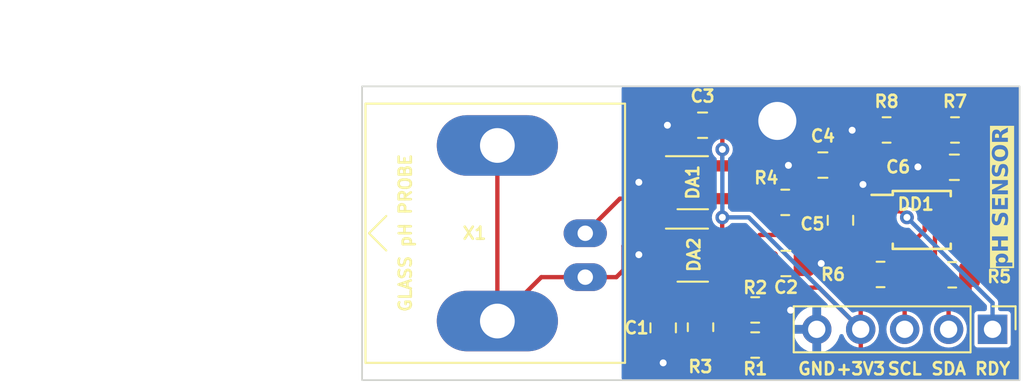
<source format=kicad_pcb>
(kicad_pcb (version 20221018) (generator pcbnew)
  (layers (0 "F.Cu" signal) (31 "B.Cu" signal) (34 "B.Paste" user) (35 "F.Paste" user) (36 "B.SilkS" user "B.Silkscreen") (37 "F.SilkS" user "F.Silkscreen") (38 "B.Mask" user) (39 "F.Mask" user) (44 "Edge.Cuts" user))
  (net 0 "")
  (net 1 "GND")
  (net 2 "Net-(DA2.1-+)")
  (net 3 "+3V3")
  (net 4 "Net-(DD1-AIN0)")
  (net 5 "Net-(DA2.1--)")
  (net 6 "Net-(DA1.1--)")
  (net 7 "Net-(DA1.1-+)")
  (net 8 "RDY")
  (net 9 "Net-(DD1-ADDR)")
  (net 11 "SDA")
  (net 12 "SCL")
  (net 14 "Net-(R1-L)")
  (footprint "Resistor_SMD:R_0805_2012Metric_Pad1.20x1.40mm_HandSolder" (layer "F.Cu") (at 98.561 90.936 90)
    (fp_text reference "R3" (at -2.282 -0.009 unlocked) (layer "F.SilkS") (effects (font (size 0.7 0.7))))
    (fp_text value "10k")
    (fp_line (start -0.227064 -0.735) (end 0.227064 -0.735) (stroke (width 0.12)) (layer "F.SilkS"))
    (fp_line (start -0.227064 0.735) (end 0.227064 0.735) (stroke (width 0.12)) (layer "F.SilkS"))
    (pad "1" smd roundrect (at -1 0 90) (size 1.2 1.4) (layers "F.Cu" "F.Paste" "F.Mask") (roundrect_rratio 0.208333) (net 14 "Net-(R1-L)"))
    (pad "2" smd roundrect (at 1 0 90) (size 1.2 1.4) (layers "F.Cu" "F.Paste" "F.Mask") (roundrect_rratio 0.208333) (net 2 "Net-(DA2.1-+)"))
  )
  (footprint "Resistor_SMD:R_0805_2012Metric_Pad1.20x1.40mm_HandSolder" (layer "F.Cu") (at 103.457 83.713)
    (fp_text reference "R4" (at -1.095 -1.417 unlocked) (layer "F.SilkS") (effects (font (size 0.7 0.7))))
    (fp_text value "10k")
    (fp_line (start -0.227064 -0.735) (end 0.227064 -0.735) (stroke (width 0.12)) (layer "F.SilkS"))
    (fp_line (start -0.227064 0.735) (end 0.227064 0.735) (stroke (width 0.12)) (layer "F.SilkS"))
    (pad "1" smd roundrect (at -1 0) (size 1.2 1.4) (layers "F.Cu" "F.Paste" "F.Mask") (roundrect_rratio 0.208333) (net 6 "Net-(DA1.1--)"))
    (pad "2" smd roundrect (at 1 0) (size 1.2 1.4) (layers "F.Cu" "F.Paste" "F.Mask") (roundrect_rratio 0.208333) (net 4 "Net-(DD1-AIN0)"))
  )
  (footprint "Package_TO_SOT_SMD:TSOT-23-5_HandSoldering" (layer "F.Cu") (at 98.112 86.741)
    (fp_text reference "DA2" (at 0.068 0 90 unlocked) (layer "F.SilkS") (effects (font (size 0.7 0.7))))
    (fp_text value "AD8603")
    (fp_line (start -0.88 1.56) (end 0.88 1.56) (stroke (width 0.12)) (layer "F.SilkS"))
    (fp_line (start 0.88 -1.51) (end -1.55 -1.51) (stroke (width 0.12)) (layer "F.SilkS"))
    (pad "1" smd rect (at -1.71 -0.95) (size 2 0.65) (layers "F.Cu" "F.Paste" "F.Mask") (net 5 "Net-(DA2.1--)"))
    (pad "2" smd rect (at -1.71 0) (size 2 0.65) (layers "F.Cu" "F.Paste" "F.Mask") (net 1 "GND"))
    (pad "3" smd rect (at -1.71 0.95) (size 2 0.65) (layers "F.Cu" "F.Paste" "F.Mask") (net 2 "Net-(DA2.1-+)"))
    (pad "4" smd rect (at 1.71 0.95) (size 2 0.65) (layers "F.Cu" "F.Paste" "F.Mask") (net 5 "Net-(DA2.1--)"))
    (pad "5" smd rect (at 1.71 -0.95) (size 2 0.65) (layers "F.Cu" "F.Paste" "F.Mask") (net 3 "+3V3"))
  )
  (footprint "Resistor_SMD:R_0805_2012Metric_Pad1.20x1.40mm_HandSolder" (layer "F.Cu") (at 109.315 79.522)
    (fp_text reference "R8" (at 0 -1.65 unlocked) (layer "F.SilkS") (effects (font (size 0.7 0.7))))
    (fp_text value "0")
    (fp_line (start -0.227064 -0.735) (end 0.227064 -0.735) (stroke (width 0.12)) (layer "F.SilkS"))
    (fp_line (start -0.227064 0.735) (end 0.227064 0.735) (stroke (width 0.12)) (layer "F.SilkS"))
    (pad "1" smd roundrect (at -1 0) (size 1.2 1.4) (layers "F.Cu" "F.Paste" "F.Mask") (roundrect_rratio 0.208333) (net 1 "GND"))
    (pad "2" smd roundrect (at 1 0) (size 1.2 1.4) (layers "F.Cu" "F.Paste" "F.Mask") (roundrect_rratio 0.208333) (net 9 "Net-(DD1-ADDR)"))
  )
  (footprint "Resistor_SMD:R_0805_2012Metric_Pad1.20x1.40mm_HandSolder" (layer "F.Cu") (at 101.72 91.968)
    (fp_text reference "R1" (at 0.007 1.377 unlocked) (layer "F.SilkS") (effects (font (size 0.7 0.7))))
    (fp_text value "100k")
    (fp_line (start -0.227064 -0.735) (end 0.227064 -0.735) (stroke (width 0.12)) (layer "F.SilkS"))
    (fp_line (start -0.227064 0.735) (end 0.227064 0.735) (stroke (width 0.12)) (layer "F.SilkS"))
    (pad "1" smd roundrect (at -1 0) (size 1.2 1.4) (layers "F.Cu" "F.Paste" "F.Mask") (roundrect_rratio 0.208333) (net 14 "Net-(R1-L)"))
    (pad "2" smd roundrect (at 1 0) (size 1.2 1.4) (layers "F.Cu" "F.Paste" "F.Mask") (roundrect_rratio 0.208333) (net 3 "+3V3"))
  )
  (footprint "Resistor_SMD:R_0805_2012Metric_Pad1.20x1.40mm_HandSolder" (layer "F.Cu") (at 108.966 87.884 180)
    (fp_text reference "R6" (at 2.746 0 unlocked) (layer "F.SilkS") (effects (font (size 0.7 0.7))))
    (fp_text value "10k")
    (fp_line (start -0.227064 -0.735) (end 0.227064 -0.735) (stroke (width 0.12)) (layer "F.SilkS"))
    (fp_line (start -0.227064 0.735) (end 0.227064 0.735) (stroke (width 0.12)) (layer "F.SilkS"))
    (pad "1" smd roundrect (at -1 0 180) (size 1.2 1.4) (layers "F.Cu" "F.Paste" "F.Mask") (roundrect_rratio 0.208333) (net 12 "SCL"))
    (pad "2" smd roundrect (at 1 0 180) (size 1.2 1.4) (layers "F.Cu" "F.Paste" "F.Mask") (roundrect_rratio 0.208333) (net 3 "+3V3"))
  )
  (footprint "Capacitor_SMD:C_0805_2012Metric_Pad1.18x1.45mm_HandSolder" (layer "F.Cu") (at 103.4945 87.249 180)
    (fp_text reference "C2" (at -0.0105 -1.377 unlocked) (layer "F.SilkS") (effects (font (size 0.7 0.7))))
    (fp_text value "0,1")
    (fp_line (start -0.261252 -0.735) (end 0.261252 -0.735) (stroke (width 0.12)) (layer "F.SilkS"))
    (fp_line (start -0.261252 0.735) (end 0.261252 0.735) (stroke (width 0.12)) (layer "F.SilkS"))
    (pad "1" smd roundrect (at -1.0375 0 180) (size 1.175 1.45) (layers "F.Cu" "F.Paste" "F.Mask") (roundrect_rratio 0.212766) (net 1 "GND"))
    (pad "2" smd roundrect (at 1.0375 0 180) (size 1.175 1.45) (layers "F.Cu" "F.Paste" "F.Mask") (roundrect_rratio 0.212766) (net 3 "+3V3"))
  )
  (footprint "Connector_PinHeader_2.54mm:PinHeader_1x05_P2.54mm_Vertical" (layer "F.Cu") (at 115.438 91.059 -90)
    (fp_text reference "X2" hide)
    (fp_text value "MCU")
    (fp_text user "+3V3" (at 2.286 7.615 unlocked) (layer "F.SilkS") (effects (font (size 0.7 0.7))))
    (fp_text user "SDA" (at 2.286 2.535 unlocked) (layer "F.SilkS") (effects (font (size 0.7 0.7))))
    (fp_text user "RDY" (at 2.286 0 unlocked) (layer "F.SilkS") (effects (font (size 0.7 0.7))))
    (fp_text user "SCL" (at 2.286 5.075 unlocked) (layer "F.SilkS") (effects (font (size 0.7 0.7))))
    (fp_text user "GND" (at 2.286 10.155 unlocked) (layer "F.SilkS") (effects (font (size 0.7 0.7))))
    (fp_line (start -1.33 -1.33) (end 0 -1.33) (stroke (width 0.12)) (layer "F.SilkS"))
    (fp_line (start -1.33 0) (end -1.33 -1.33) (stroke (width 0.12)) (layer "F.SilkS"))
    (fp_line (start -1.33 1.27) (end -1.33 11.49) (stroke (width 0.12)) (layer "F.SilkS"))
    (fp_line (start -1.33 1.27) (end 1.33 1.27) (stroke (width 0.12)) (layer "F.SilkS"))
    (fp_line (start -1.33 11.49) (end 1.33 11.49) (stroke (width 0.12)) (layer "F.SilkS"))
    (fp_line (start 1.33 1.27) (end 1.33 11.49) (stroke (width 0.12)) (layer "F.SilkS"))
    (pad "1" thru_hole rect (at 0 0 270) (size 1.7 1.7) (drill 1) (layers "*.Cu" "*.Mask") (net 8 "RDY"))
    (pad "2" thru_hole oval (at 0 2.54 270) (size 1.7 1.7) (drill 1) (layers "*.Cu" "*.Mask") (net 11 "SDA"))
    (pad "3" thru_hole oval (at 0 5.08 270) (size 1.7 1.7) (drill 1) (layers "*.Cu" "*.Mask") (net 12 "SCL"))
    (pad "4" thru_hole oval (at 0 7.62 270) (size 1.7 1.7) (drill 1) (layers "*.Cu" "*.Mask") (net 3 "+3V3"))
    (pad "5" thru_hole oval (at 0 10.16 270) (size 1.7 1.7) (drill 1) (layers "*.Cu" "*.Mask") (net 1 "GND"))
  )
  (footprint "Capacitor_SMD:C_0805_2012Metric_Pad1.18x1.45mm_HandSolder" (layer "F.Cu") (at 98.679 79.248)
    (fp_text reference "C3" (at 0 -1.68 unlocked) (layer "F.SilkS") (effects (font (size 0.7 0.7))))
    (fp_text value "0,1")
    (fp_line (start -0.261252 -0.735) (end 0.261252 -0.735) (stroke (width 0.12)) (layer "F.SilkS"))
    (fp_line (start -0.261252 0.735) (end 0.261252 0.735) (stroke (width 0.12)) (layer "F.SilkS"))
    (pad "1" smd roundrect (at -1.0375 0) (size 1.175 1.45) (layers "F.Cu" "F.Paste" "F.Mask") (roundrect_rratio 0.212766) (net 1 "GND"))
    (pad "2" smd roundrect (at 1.0375 0) (size 1.175 1.45) (layers "F.Cu" "F.Paste" "F.Mask") (roundrect_rratio 0.212766) (net 3 "+3V3"))
  )
  (footprint "Capacitor_SMD:C_0805_2012Metric_Pad1.18x1.45mm_HandSolder" (layer "F.Cu") (at 96.402 90.9735 90)
    (fp_text reference "C1" (at 0 -1.533 unlocked) (layer "F.SilkS") (effects (font (size 0.7 0.7))))
    (fp_text value "1,0")
    (fp_line (start -0.261252 -0.735) (end 0.261252 -0.735) (stroke (width 0.12)) (layer "F.SilkS"))
    (fp_line (start -0.261252 0.735) (end 0.261252 0.735) (stroke (width 0.12)) (layer "F.SilkS"))
    (pad "1" smd roundrect (at -1.0375 0 90) (size 1.175 1.45) (layers "F.Cu" "F.Paste" "F.Mask") (roundrect_rratio 0.212766) (net 1 "GND"))
    (pad "2" smd roundrect (at 1.0375 0 90) (size 1.175 1.45) (layers "F.Cu" "F.Paste" "F.Mask") (roundrect_rratio 0.212766) (net 2 "Net-(DA2.1-+)"))
  )
  (footprint "Connector_Coaxial:BNC_Amphenol_B6252HB-NPP3G-50_Horizontal" (layer "F.Cu") (at 91.899 85.5 90)
    (fp_text reference "X1" (at 0 -6.399 unlocked) (layer "F.SilkS") (effects (font (size 0.7 0.7))))
    (fp_text value "GLASS pH PROBE" (at 0.02 -10.399 90 unlocked) (layer "F.SilkS") (effects (font (size 0.7 0.7))))
    (fp_line (start -7.5 -12.7) (end 7.5 -12.7) (stroke (width 0.12)) (layer "F.SilkS"))
    (fp_line (start -7.5 2.3) (end -7.5 -12.7) (stroke (width 0.12)) (layer "F.SilkS"))
    (fp_line (start 0 -12.5) (end -1 -11.5) (stroke (width 0.12)) (layer "F.SilkS"))
    (fp_line (start 0 -12.5) (end 1 -11.5) (stroke (width 0.12)) (layer "F.SilkS"))
    (fp_line (start 7.5 -12.7) (end 7.5 2.3) (stroke (width 0.12)) (layer "F.SilkS"))
    (fp_line (start 7.5 2.3) (end -7.5 2.3) (stroke (width 0.12)) (layer "F.SilkS"))
    (pad "1" thru_hole oval (at 0 0 90) (size 1.6 2.5) (drill 0.89) (layers "*.Cu" "*.Mask") (net 7 "Net-(DA1.1-+)"))
    (pad "2" thru_hole oval (at -5.08 -5.08 90) (size 3.5 7) (drill 2.01) (layers "*.Cu" "*.Mask") (net 5 "Net-(DA2.1--)"))
    (pad "2" thru_hole oval (at -2.54 0 90) (size 1.6 2.5) (drill 0.89) (layers "*.Cu" "*.Mask") (net 5 "Net-(DA2.1--)"))
    (pad "2" thru_hole oval (at 5.08 -5.08 90) (size 3.5 7) (drill 2.01) (layers "*.Cu" "*.Mask") (net 5 "Net-(DA2.1--)"))
  )
  (footprint "Package_TO_SOT_SMD:TSOT-23-5_HandSoldering" (layer "F.Cu") (at 98.112 82.55)
    (fp_text reference "DA1" (at 0 0 90 unlocked) (layer "F.SilkS") (effects (font (size 0.7 0.7))))
    (fp_text value "AD8603")
    (fp_line (start -0.88 1.56) (end 0.88 1.56) (stroke (width 0.12)) (layer "F.SilkS"))
    (fp_line (start 0.88 -1.51) (end -1.55 -1.51) (stroke (width 0.12)) (layer "F.SilkS"))
    (pad "1" smd rect (at -1.71 -0.95) (size 2 0.65) (layers "F.Cu" "F.Paste" "F.Mask") (net 6 "Net-(DA1.1--)"))
    (pad "2" smd rect (at -1.71 0) (size 2 0.65) (layers "F.Cu" "F.Paste" "F.Mask") (net 1 "GND"))
    (pad "3" smd rect (at -1.71 0.95) (size 2 0.65) (layers "F.Cu" "F.Paste" "F.Mask") (net 7 "Net-(DA1.1-+)"))
    (pad "4" smd rect (at 1.71 0.95) (size 2 0.65) (layers "F.Cu" "F.Paste" "F.Mask") (net 6 "Net-(DA1.1--)"))
    (pad "5" smd rect (at 1.71 -0.95) (size 2 0.65) (layers "F.Cu" "F.Paste" "F.Mask") (net 3 "+3V3"))
  )
  (footprint "Capacitor_SMD:C_0805_2012Metric_Pad1.18x1.45mm_HandSolder" (layer "F.Cu") (at 105.632 81.554)
    (fp_text reference "C4" (at 0 -1.68 unlocked) (layer "F.SilkS") (effects (font (size 0.7 0.7))))
    (fp_text value "1,0")
    (fp_line (start -0.261252 -0.735) (end 0.261252 -0.735) (stroke (width 0.12)) (layer "F.SilkS"))
    (fp_line (start -0.261252 0.735) (end 0.261252 0.735) (stroke (width 0.12)) (layer "F.SilkS"))
    (pad "1" smd roundrect (at -1.0375 0) (size 1.175 1.45) (layers "F.Cu" "F.Paste" "F.Mask") (roundrect_rratio 0.212766) (net 1 "GND"))
    (pad "2" smd roundrect (at 1.0375 0) (size 1.175 1.45) (layers "F.Cu" "F.Paste" "F.Mask") (roundrect_rratio 0.212766) (net 4 "Net-(DD1-AIN0)"))
  )
  (footprint "Resistor_SMD:R_0805_2012Metric_Pad1.20x1.40mm_HandSolder" (layer "F.Cu") (at 101.72 89.936 180)
    (fp_text reference "R2" (at -0.007 1.29 unlocked) (layer "F.SilkS") (effects (font (size 0.7 0.7))))
    (fp_text value "100k")
    (fp_line (start -0.227064 -0.735) (end 0.227064 -0.735) (stroke (width 0.12)) (layer "F.SilkS"))
    (fp_line (start -0.227064 0.735) (end 0.227064 0.735) (stroke (width 0.12)) (layer "F.SilkS"))
    (pad "1" smd roundrect (at -1 0 180) (size 1.2 1.4) (layers "F.Cu" "F.Paste" "F.Mask") (roundrect_rratio 0.208333) (net 1 "GND"))
    (pad "2" smd roundrect (at 1 0 180) (size 1.2 1.4) (layers "F.Cu" "F.Paste" "F.Mask") (roundrect_rratio 0.208333) (net 14 "Net-(R1-L)"))
  )
  (footprint "Resistor_SMD:R_0805_2012Metric_Pad1.20x1.40mm_HandSolder" (layer "F.Cu") (at 113.109 87.904)
    (fp_text reference "R5" (at 2.715 0.107 unlocked) (layer "F.SilkS") (effects (font (size 0.7 0.7))))
    (fp_text value "10k")
    (fp_line (start -0.227064 -0.735) (end 0.227064 -0.735) (stroke (width 0.12)) (layer "F.SilkS"))
    (fp_line (start -0.227064 0.735) (end 0.227064 0.735) (stroke (width 0.12)) (layer "F.SilkS"))
    (pad "1" smd roundrect (at -1 0) (size 1.2 1.4) (layers "F.Cu" "F.Paste" "F.Mask") (roundrect_rratio 0.208333) (net 11 "SDA"))
    (pad "2" smd roundrect (at 1 0) (size 1.2 1.4) (layers "F.Cu" "F.Paste" "F.Mask") (roundrect_rratio 0.208333) (net 3 "+3V3"))
  )
  (footprint "Resistor_SMD:R_0805_2012Metric_Pad1.20x1.40mm_HandSolder" (layer "F.Cu") (at 113.268 79.522)
    (fp_text reference "R7" (at 0 -1.65 unlocked) (layer "F.SilkS") (effects (font (size 0.7 0.7))))
    (fp_text value "0")
    (fp_line (start -0.227064 -0.735) (end 0.227064 -0.735) (stroke (width 0.12)) (layer "F.SilkS"))
    (fp_line (start -0.227064 0.735) (end 0.227064 0.735) (stroke (width 0.12)) (layer "F.SilkS"))
    (pad "1" smd roundrect (at -1 0) (size 1.2 1.4) (layers "F.Cu" "F.Paste" "F.Mask") (roundrect_rratio 0.208333) (net 9 "Net-(DD1-ADDR)"))
    (pad "2" smd roundrect (at 1 0) (size 1.2 1.4) (layers "F.Cu" "F.Paste" "F.Mask") (roundrect_rratio 0.208333) (net 3 "+3V3"))
  )
  (footprint "Capacitor_SMD:C_0805_2012Metric_Pad1.18x1.45mm_HandSolder" (layer "F.Cu") (at 113.2305 81.681)
    (fp_text reference "C6" (at -3.2485 -0.02 unlocked) (layer "F.SilkS") (effects (font (size 0.7 0.7))))
    (fp_text value "0,1")
    (fp_line (start -0.261252 -0.735) (end 0.261252 -0.735) (stroke (width 0.12)) (layer "F.SilkS"))
    (fp_line (start -0.261252 0.735) (end 0.261252 0.735) (stroke (width 0.12)) (layer "F.SilkS"))
    (pad "1" smd roundrect (at -1.0375 0) (size 1.175 1.45) (layers "F.Cu" "F.Paste" "F.Mask") (roundrect_rratio 0.212766) (net 1 "GND"))
    (pad "2" smd roundrect (at 1.0375 0) (size 1.175 1.45) (layers "F.Cu" "F.Paste" "F.Mask") (roundrect_rratio 0.212766) (net 3 "+3V3"))
  )
  (footprint "Package_SO:MSOP-10_3x3mm_P0.5mm" (layer "F.Cu") (at 111.347 84.729)
    (fp_text reference "DD1" (at -0.349 -0.909 unlocked) (layer "F.SilkS") (effects (font (size 0.7 0.7))))
    (fp_text value "ADS1115" hide)
    (fp_line (start -1.675 -1.675) (end -1.675 -1.45) (stroke (width 0.15)) (layer "F.SilkS"))
    (fp_line (start -1.675 -1.675) (end 1.675 -1.675) (stroke (width 0.15)) (layer "F.SilkS"))
    (fp_line (start -1.675 -1.45) (end -2.9 -1.45) (stroke (width 0.15)) (layer "F.SilkS"))
    (fp_line (start -1.675 1.675) (end -1.675 1.375) (stroke (width 0.15)) (layer "F.SilkS"))
    (fp_line (start -1.675 1.675) (end 1.675 1.675) (stroke (width 0.15)) (layer "F.SilkS"))
    (fp_line (start 1.675 -1.675) (end 1.675 -1.375) (stroke (width 0.15)) (layer "F.SilkS"))
    (fp_line (start 1.675 1.675) (end 1.675 1.375) (stroke (width 0.15)) (layer "F.SilkS"))
    (pad "1" smd rect (at -2.2 -1) (size 1.4 0.3) (layers "F.Cu" "F.Paste" "F.Mask") (net 9 "Net-(DD1-ADDR)"))
    (pad "2" smd rect (at -2.2 -0.5) (size 1.4 0.3) (layers "F.Cu" "F.Paste" "F.Mask") (net 8 "RDY"))
    (pad "3" smd rect (at -2.2 0) (size 1.4 0.3) (layers "F.Cu" "F.Paste" "F.Mask") (net 1 "GND"))
    (pad "4" smd rect (at -2.2 0.5) (size 1.4 0.3) (layers "F.Cu" "F.Paste" "F.Mask") (net 4 "Net-(DD1-AIN0)"))
    (pad "5" smd rect (at -2.2 1) (size 1.4 0.3) (layers "F.Cu" "F.Paste" "F.Mask") (net 5 "Net-(DA2.1--)"))
    (pad "6" smd rect (at 2.2 1) (size 1.4 0.3) (layers "F.Cu" "F.Paste" "F.Mask"))
    (pad "7" smd rect (at 2.2 0.5) (size 1.4 0.3) (layers "F.Cu" "F.Paste" "F.Mask"))
    (pad "8" smd rect (at 2.2 0) (size 1.4 0.3) (layers "F.Cu" "F.Paste" "F.Mask") (net 3 "+3V3"))
    (pad "9" smd rect (at 2.2 -0.5) (size 1.4 0.3) (layers "F.Cu" "F.Paste" "F.Mask") (net 11 "SDA"))
    (pad "10" smd rect (at 2.2 -1) (size 1.4 0.3) (layers "F.Cu" "F.Paste" "F.Mask") (net 12 "SCL"))
  )
  (footprint "Capacitor_SMD:C_0805_2012Metric_Pad1.18x1.45mm_HandSolder" (layer "F.Cu") (at 106.648 84.7505 90)
    (fp_text reference "C5" (at -0.2125 -1.619 unlocked) (layer "F.SilkS") (effects (font (size 0.7 0.7))))
    (fp_text value "1,0")
    (fp_line (start -0.261252 -0.735) (end 0.261252 -0.735) (stroke (width 0.12)) (layer "F.SilkS"))
    (fp_line (start -0.261252 0.735) (end 0.261252 0.735) (stroke (width 0.12)) (layer "F.SilkS"))
    (pad "1" smd roundrect (at -1.0375 0 90) (size 1.175 1.45) (layers "F.Cu" "F.Paste" "F.Mask") (roundrect_rratio 0.212766) (net 5 "Net-(DA2.1--)"))
    (pad "2" smd roundrect (at 1.0375 0 90) (size 1.175 1.45) (layers "F.Cu" "F.Paste" "F.Mask") (roundrect_rratio 0.212766) (net 4 "Net-(DD1-AIN0)"))
  )
  (gr_rect (start 79 77) (end 117 94) (stroke (width 0.1)) (fill none) (layer "Edge.Cuts"))
  (gr_text "pH SENSOR" (at 115.951 83.439 90) (layer "F.SilkS" knockout) (effects (font (size 0.9 0.9) (thickness 0.18) bold)))
  (segment (start 111.125 81.661) (end 112.173 81.661) (width 0.25) (layer "F.Cu") (net 1))
  (segment (start 103.752 89.936) (end 103.768 89.952) (width 0.25) (layer "F.Cu") (net 1))
  (segment (start 96.402 82.55) (end 94.996 82.55) (width 0.25) (layer "F.Cu") (net 1))
  (segment (start 96.402 92.011) (end 96.402 93) (width 0.25) (layer "F.Cu") (net 1))
  (segment (start 102.72 89.936) (end 103.752 89.936) (width 0.25) (layer "F.Cu") (net 1))
  (segment (start 104.532 87.249) (end 105.537 87.249) (width 0.25) (layer "F.Cu") (net 1))
  (segment (start 107.95 84.395604) (end 107.95 82.677) (width 0.25) (layer "F.Cu") (net 1))
  (segment (start 97.6415 79.248) (end 96.647 79.248) (width 0.25) (layer "F.Cu") (net 1))
  (segment (start 109.147 84.729) (end 108.283396 84.729) (width 0.25) (layer "F.Cu") (net 1))
  (segment (start 96.402 86.741) (end 94.996 86.741) (width 0.25) (layer "F.Cu") (net 1))
  (segment (start 108.283396 84.729) (end 107.95 84.395604) (width 0.25) (layer "F.Cu") (net 1))
  (via (at 96.402 93) (size 0.8) (drill 0.4) (layers "F.Cu" "B.Cu") (net 1))
  (via (at 111.125 81.661) (size 0.8) (drill 0.4) (layers "F.Cu" "B.Cu") (net 1))
  (via (at 105.537 87.249) (size 0.8) (drill 0.4) (layers "F.Cu" "B.Cu") (net 1))
  (via (at 107.324 79.538) (size 0.8) (drill 0.4) (layers "F.Cu" "B.Cu") (net 1))
  (via (at 94.996 86.741) (size 0.8) (drill 0.4) (layers "F.Cu" "B.Cu") (net 1))
  (via (at 103.768 89.952) (size 0.8) (drill 0.4) (layers "F.Cu" "B.Cu") (net 1))
  (via locked (at 103 79) (size 2.5) (drill 2.2) (layers "F.Cu" "B.Cu") (net 1))
  (via (at 103.641 81.57) (size 0.8) (drill 0.4) (layers "F.Cu" "B.Cu") (net 1))
  (via (at 96.647 79.248) (size 0.8) (drill 0.4) (layers "F.Cu" "B.Cu") (net 1))
  (via (at 107.95 82.677) (size 0.8) (drill 0.4) (layers "F.Cu" "B.Cu") (net 1))
  (via (at 94.996 82.55) (size 0.8) (drill 0.4) (layers "F.Cu" "B.Cu") (net 1))
  (segment (start 96.393 87.691) (end 96.393 89.927) (width 0.25) (layer "F.Cu") (net 2))
  (segment (start 96.402 89.936) (end 98.561 89.936) (width 0.25) (layer "F.Cu") (net 2))
  (segment (start 104.14 92.583) (end 113.411 92.583) (width 0.25) (layer "F.Cu") (net 3))
  (segment (start 114.674 84.729) (end 114.69 84.745) (width 0.25) (layer "F.Cu") (net 3))
  (segment (start 114.69 84.745) (end 114.69 83.094) (width 0.25) (layer "F.Cu") (net 3))
  (segment (start 103.854 88.646) (end 105.405 88.646) (width 0.25) (layer "F.Cu") (net 3))
  (segment (start 105.405 88.646) (end 107.818 91.059) (width 0.25) (layer "F.Cu") (net 3))
  (segment (start 114.268 82.672) (end 114.268 81.681) (width 0.25) (layer "F.Cu") (net 3))
  (segment (start 99.813 85.791) (end 99.813 84.591) (width 0.25) (layer "F.Cu") (net 3))
  (segment (start 114.69 83.094) (end 114.268 82.672) (width 0.25) (layer "F.Cu") (net 3))
  (segment (start 99.813 84.591) (end 99.822 84.582) (width 0.25) (layer "F.Cu") (net 3))
  (segment (start 114.69 87.323) (end 114.69 84.745) (width 0.25) (layer "F.Cu") (net 3))
  (segment (start 107.823 92.583) (end 107.823 91.064) (width 0.25) (layer "F.Cu") (net 3))
  (segment (start 113.547 84.729) (end 114.674 84.729) (width 0.25) (layer "F.Cu") (net 3))
  (segment (start 107.818 91.059) (end 107.818 88.032) (width 0.25) (layer "F.Cu") (net 3))
  (segment (start 102.457 87.249) (end 103.854 88.646) (width 0.25) (layer "F.Cu") (net 3))
  (segment (start 114.109 91.885) (end 114.109 87.904) (width 0.25) (layer "F.Cu") (net 3))
  (segment (start 99.822 80.645) (end 99.822 79.3535) (width 0.25) (layer "F.Cu") (net 3))
  (segment (start 113.411 92.583) (end 114.109 91.885) (width 0.25) (layer "F.Cu") (net 3))
  (segment (start 99.822 80.645) (end 99.822 81.6) (width 0.25) (layer "F.Cu") (net 3))
  (segment (start 103.525 91.968) (end 104.14 92.583) (width 0.25) (layer "F.Cu") (net 3))
  (segment (start 114.268 79.522) (end 114.268 81.681) (width 0.25) (layer "F.Cu") (net 3))
  (segment (start 102.72 91.968) (end 103.525 91.968) (width 0.25) (layer "F.Cu") (net 3))
  (segment (start 114.109 87.904) (end 114.69 87.323) (width 0.25) (layer "F.Cu") (net 3))
  (via (at 99.822 80.645) (size 0.8) (drill 0.4) (layers "F.Cu" "B.Cu") (net 3))
  (via (at 99.822 84.582) (size 0.8) (drill 0.4) (layers "F.Cu" "B.Cu") (net 3))
  (segment (start 101.346 84.582) (end 107.818 91.054) (width 0.25) (layer "B.Cu") (net 3))
  (segment (start 99.822 80.713) (end 99.754 80.645) (width 0.25) (layer "B.Cu") (net 3))
  (segment (start 99.822 84.582) (end 101.346 84.582) (width 0.25) (layer "B.Cu") (net 3))
  (segment (start 99.822 84.582) (end 99.822 80.713) (width 0.25) (layer "B.Cu") (net 3))
  (segment (start 104.457 83.713) (end 106.648 83.713) (width 0.25) (layer "F.Cu") (net 4))
  (segment (start 106.6695 81.554) (end 106.6695 83.6915) (width 0.25) (layer "F.Cu") (net 4))
  (segment (start 108.147 85.229) (end 106.648 83.73) (width 0.25) (layer "F.Cu") (net 4))
  (segment (start 109.147 85.229) (end 108.147 85.229) (width 0.25) (layer "F.Cu") (net 4))
  (segment (start 109.147 85.729) (end 106.707 85.729) (width 0.25) (layer "F.Cu") (net 5))
  (segment (start 91.899 88.04) (end 89.359 88.04) (width 0.25) (layer "F.Cu") (net 5))
  (segment (start 89.359 88.04) (end 86.819 90.58) (width 0.25) (layer "F.Cu") (net 5))
  (segment (start 91.899 88.04) (end 93.697 88.04) (width 0.25) (layer "F.Cu") (net 5))
  (segment (start 97.652 85.791) (end 96.402 85.791) (width 0.25) (layer "F.Cu") (net 5))
  (segment (start 101.5445 87.3045) (end 101.5445 86.0345) (width 0.25) (layer "F.Cu") (net 5))
  (segment (start 94.615 85.791) (end 96.393 85.791) (width 0.25) (layer "F.Cu") (net 5))
  (segment (start 101.158 87.691) (end 101.5445 87.3045) (width 0.25) (layer "F.Cu") (net 5))
  (segment (start 98.359 87.691) (end 98.044 87.376) (width 0.25) (layer "F.Cu") (net 5))
  (segment (start 98.044 86.183) (end 97.652 85.791) (width 0.25) (layer "F.Cu") (net 5))
  (segment (start 99.822 87.691) (end 101.158 87.691) (width 0.25) (layer "F.Cu") (net 5))
  (segment (start 86.819 90.58) (end 86.819 80.42) (width 0.25) (layer "F.Cu") (net 5))
  (segment (start 101.981 85.598) (end 106.458 85.598) (width 0.25) (layer "F.Cu") (net 5))
  (segment (start 94.107 86.233) (end 94.615 85.791) (width 0.25) (layer "F.Cu") (net 5))
  (segment (start 99.822 87.691) (end 98.359 87.691) (width 0.25) (layer "F.Cu") (net 5))
  (segment (start 98.044 87.376) (end 98.044 86.183) (width 0.25) (layer "F.Cu") (net 5))
  (segment (start 101.5445 86.0345) (end 101.981 85.598) (width 0.25) (layer "F.Cu") (net 5))
  (segment (start 93.697 88.04) (end 94.107 87.63) (width 0.25) (layer "F.Cu") (net 5))
  (segment (start 94.107 87.63) (end 94.107 86.233) (width 0.25) (layer "F.Cu") (net 5))
  (segment (start 98.044 83.185) (end 98.044 81.992) (width 0.25) (layer "F.Cu") (net 6))
  (segment (start 98.044 81.992) (end 97.652 81.6) (width 0.25) (layer "F.Cu") (net 6))
  (segment (start 98.359 83.5) (end 98.044 83.185) (width 0.25) (layer "F.Cu") (net 6))
  (segment (start 99.822 83.5) (end 102.244 83.5) (width 0.25) (layer "F.Cu") (net 6))
  (segment (start 97.652 81.6) (end 96.402 81.6) (width 0.25) (layer "F.Cu") (net 6))
  (segment (start 99.822 83.5) (end 98.359 83.5) (width 0.25) (layer "F.Cu") (net 6))
  (segment (start 96.334 83.5) (end 93.899 83.5) (width 0.25) (layer "F.Cu") (net 7))
  (segment (start 93.899 83.5) (end 91.899 85.5) (width 0.25) (layer "F.Cu") (net 7))
  (segment (start 109.147 84.229) (end 110.137 84.229) (width 0.25) (layer "F.Cu") (net 8))
  (segment (start 110.137 84.229) (end 110.49 84.582) (width 0.25) (layer "F.Cu") (net 8))
  (via (at 110.49 84.582) (size 0.8) (drill 0.4) (layers "F.Cu" "B.Cu") (net 8))
  (segment (start 115.438 89.53) (end 115.438 91.059) (width 0.25) (layer "B.Cu") (net 8))
  (segment (start 110.49 84.582) (end 115.438 89.53) (width 0.25) (layer "B.Cu") (net 8))
  (segment (start 109.147 83.729) (end 109.147 80.69) (width 0.25) (layer "F.Cu") (net 9))
  (segment (start 110.315 79.522) (end 112.268 79.522) (width 0.25) (layer "F.Cu") (net 9))
  (segment (start 109.147 80.69) (end 110.315 79.522) (width 0.25) (layer "F.Cu") (net 9))
  (segment (start 112.547 84.229) (end 113.547 84.229) (width 0.25) (layer "F.Cu") (net 11))
  (segment (start 112.109 84.667) (end 112.547 84.229) (width 0.25) (layer "F.Cu") (net 11))
  (segment (start 112.109 87.904) (end 112.109 84.667) (width 0.25) (layer "F.Cu") (net 11))
  (segment (start 112.898 88.693) (end 112.898 91.059) (width 0.25) (layer "F.Cu") (net 11))
  (segment (start 112.109 87.904) (end 112.898 88.693) (width 0.25) (layer "F.Cu") (net 11))
  (segment (start 109.966 87.884) (end 109.966 86.884) (width 0.25) (layer "F.Cu") (net 12))
  (segment (start 111.515 85.335) (end 111.515 84.364) (width 0.25) (layer "F.Cu") (net 12))
  (segment (start 111.515 84.364) (end 112.15 83.729) (width 0.25) (layer "F.Cu") (net 12))
  (segment (start 112.15 83.729) (end 113.547 83.729) (width 0.25) (layer "F.Cu") (net 12))
  (segment (start 109.966 86.884) (end 111.515 85.335) (width 0.25) (layer "F.Cu") (net 12))
  (segment (start 110.358 91.059) (end 110.358 88.276) (width 0.25) (layer "F.Cu") (net 12))
  (segment (start 98.561 91.936) (end 100.688 91.936) (width 0.25) (layer "F.Cu") (net 14))
  (segment (start 100.72 89.936) (end 100.72 91.968) (width 0.25) (layer "F.Cu") (net 14))
  (zone (net 1) (net_name "GND") (layer "B.Cu") (connect_pads (clearance 0.2)) (min_thickness 0.254) (fill yes (thermal_gap 0.508) (thermal_bridge_width 0.508))
    (polygon (pts (xy 117 94) (xy 94 94) (xy 94 77) (xy 117 77)))
  )
)
</source>
